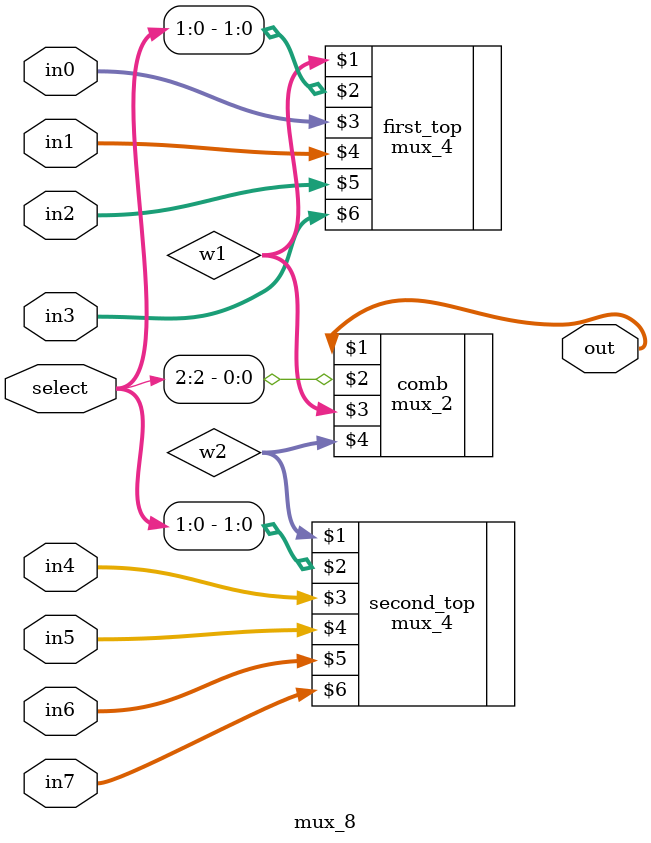
<source format=v>
module mux_8(out, select, in0, in1, in2, in3, in4, in5, in6, in7);
    input [2:0] select;
    input [31:0] in0, in1, in2, in3, in4, in5, in6, in7;
    output [31:0] out;
    wire [31:0] w1, w2;
    mux_4 first_top(w1, select[1:0], in0, in1, in2, in3);
    mux_4 second_top(w2, select[1:0], in4, in5, in6, in7);
    mux_2 comb(out, select[2], w1, w2);
endmodule
</source>
